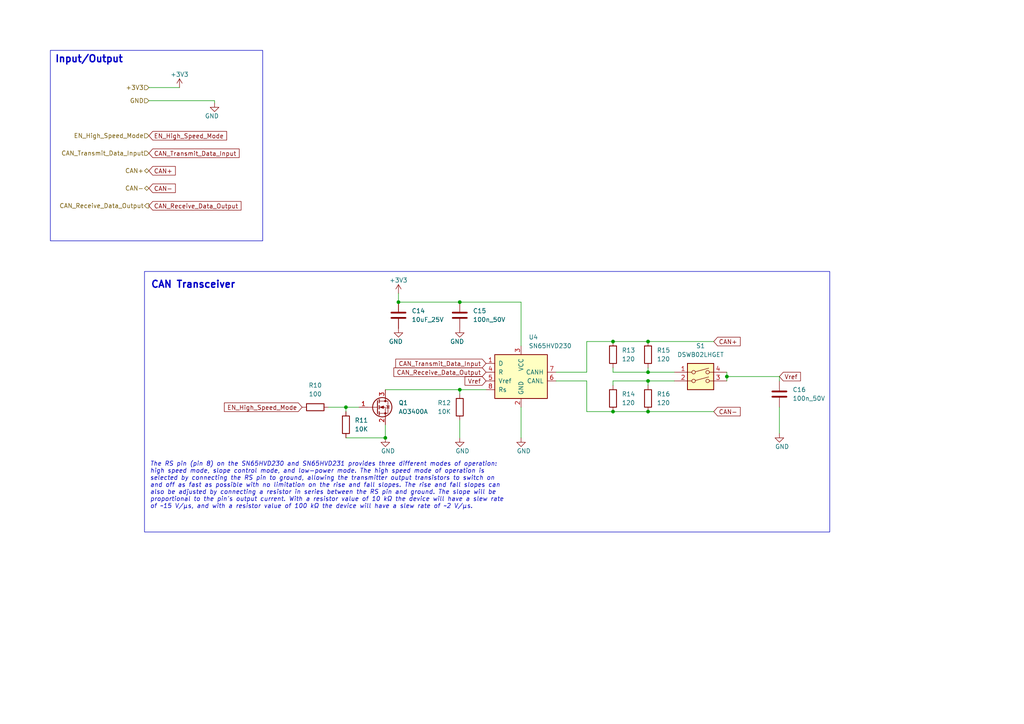
<source format=kicad_sch>
(kicad_sch (version 20231120) (generator "eeschema") (generator_version "8.0")
  (paper "A4")
  (lib_symbols
    (symbol "_C_0402:100n_50V" (pin_numbers hide) (pin_names (offset 0.254))
      (property "Reference" "C" (at 0.635 2.54 0))
      (property "Value" "100n_50V" (at 0.635 -2.54 0))
      (symbol "100n_50V_0_1"
        (polyline (pts (xy -2.032 -0.762) (xy 2.032 -0.762)) (stroke (width 0.508)))
        (polyline (pts (xy -2.032 0.762) (xy 2.032 0.762)) (stroke (width 0.508)))
      )
      (symbol "100n_50V_1_1"
        (pin passive line (at 0 3.81 270) (length 2.794) (name "~") (number "1"))
        (pin passive line (at 0 -3.81 90) (length 2.794) (name "~") (number "2"))
      )
    )
    (symbol "_C_0603:10uF_25V" (pin_numbers hide) (pin_names (offset 0.254))
      (property "Reference" "C" (at 0.635 2.54 0))
      (property "Value" "10uF_25V" (at 0.635 -2.54 0))
      (symbol "10uF_25V_0_1"
        (polyline (pts (xy -2.032 -0.762) (xy 2.032 -0.762)) (stroke (width 0.508)))
        (polyline (pts (xy -2.032 0.762) (xy 2.032 0.762)) (stroke (width 0.508)))
      )
      (symbol "10uF_25V_1_1"
        (pin passive line (at 0 3.81 270) (length 2.794) (name "~") (number "1"))
        (pin passive line (at 0 -3.81 90) (length 2.794) (name "~") (number "2"))
      )
    )
    (symbol "_Interface_CAN_LIN:SN65HVD230" (pin_names (offset 1.016))
      (property "Reference" "U" (at -2.54 10.16 0))
      (property "Value" "SN65HVD230" (at -2.54 7.62 0))
      (symbol "SN65HVD230_0_1"
        (rectangle (start -7.62 5.08) (end 7.62 -7.62) (stroke (width 0.254)) (fill (type background)))
      )
      (symbol "SN65HVD230_1_1"
        (pin input line (at -10.16 2.54 0) (length 2.54) (name "D") (number "1"))
        (pin power_in line (at 0 -10.16 90) (length 2.54) (name "GND") (number "2"))
        (pin power_in line (at 0 7.62 270) (length 2.54) (name "VCC") (number "3"))
        (pin output line (at -10.16 0 0) (length 2.54) (name "R") (number "4"))
        (pin output line (at -10.16 -2.54 0) (length 2.54) (name "Vref") (number "5"))
        (pin bidirectional line (at 10.16 -2.54 180) (length 2.54) (name "CANL") (number "6"))
        (pin bidirectional line (at 10.16 0 180) (length 2.54) (name "CANH") (number "7"))
        (pin input line (at -10.16 -5.08 0) (length 2.54) (name "Rs") (number "8"))
      )
    )
    (symbol "_R_0402:100" (pin_numbers hide) (pin_names (offset 0))
      (property "Reference" "R" (at 2.032 0 90))
      (property "Value" "100" (at 0 0 90))
      (symbol "100_0_1"
        (rectangle (start -1.016 -2.54) (end 1.016 2.54) (stroke (width 0.254)))
      )
      (symbol "100_1_1"
        (pin passive line (at 0 3.81 270) (length 1.27) (name "~") (number "1"))
        (pin passive line (at 0 -3.81 90) (length 1.27) (name "~") (number "2"))
      )
    )
    (symbol "_R_0402:10K" (pin_numbers hide) (pin_names (offset 0))
      (property "Reference" "R" (at 2.032 0 90))
      (property "Value" "10K" (at 0 0 90))
      (symbol "10K_0_1"
        (rectangle (start -1.016 -2.54) (end 1.016 2.54) (stroke (width 0.254)))
      )
      (symbol "10K_1_1"
        (pin passive line (at 0 3.81 270) (length 1.27) (name "~") (number "1"))
        (pin passive line (at 0 -3.81 90) (length 1.27) (name "~") (number "2"))
      )
    )
    (symbol "_R_0402:120" (pin_numbers hide) (pin_names (offset 0))
      (property "Reference" "R" (at 2.032 0 90))
      (property "Value" "120" (at 0 0 90))
      (symbol "120_0_1"
        (rectangle (start -1.016 -2.54) (end 1.016 2.54) (stroke (width 0.254)))
      )
      (symbol "120_1_1"
        (pin passive line (at 0 3.81 270) (length 1.27) (name "~") (number "1"))
        (pin passive line (at 0 -3.81 90) (length 1.27) (name "~") (number "2"))
      )
    )
    (symbol "_R_0603:10K" (pin_numbers hide) (pin_names (offset 0))
      (property "Reference" "R" (at 2.032 0 90))
      (property "Value" "10K" (at 0 0 90))
      (symbol "10K_0_1"
        (rectangle (start -1.016 -2.54) (end 1.016 2.54) (stroke (width 0.254)))
      )
      (symbol "10K_1_1"
        (pin passive line (at 0 3.81 270) (length 1.27) (name "~") (number "1"))
        (pin passive line (at 0 -3.81 90) (length 1.27) (name "~") (number "2"))
      )
    )
    (symbol "_Switch:DSWB02LHGET" (pin_names (offset 0) hide)
      (property "Reference" "S" (at 0 6.35 0))
      (property "Value" "DSWB02LHGET" (at 0 -3.81 0))
      (symbol "DSWB02LHGET_0_0"
        (circle (center -2.032 0) (radius 0.508))
        (circle (center -2.032 2.54) (radius 0.508))
        (polyline (pts (xy -1.524 0.127) (xy 2.3622 1.1684)))
        (polyline (pts (xy -1.524 2.667) (xy 2.3622 3.7084)))
        (circle (center 2.032 0) (radius 0.508))
        (circle (center 2.032 2.54) (radius 0.508))
      )
      (symbol "DSWB02LHGET_0_1"
        (rectangle (start -3.81 5.08) (end 3.81 -2.54) (stroke (width 0.254)) (fill (type background)))
      )
      (symbol "DSWB02LHGET_1_1"
        (pin passive line (at -7.62 2.54 0) (length 5.08) (name "~") (number "1"))
        (pin passive line (at -7.62 0 0) (length 5.08) (name "~") (number "2"))
        (pin passive line (at 7.62 0 180) (length 5.08) (name "~") (number "3"))
        (pin passive line (at 7.62 2.54 180) (length 5.08) (name "~") (number "4"))
      )
    )
    (symbol "_Transistor_FET:AO3400A" (pin_names hide)
      (property "Reference" "Q" (at 5.08 1.905 0))
      (property "Value" "AO3400A" (at 5.08 0 0))
      (symbol "AO3400A_0_1"
        (polyline (pts (xy 0.254 0) (xy -2.54 0)))
        (polyline (pts (xy 0.254 1.905) (xy 0.254 -1.905)) (stroke (width 0.254)))
        (polyline (pts (xy 0.762 -1.27) (xy 0.762 -2.286)) (stroke (width 0.254)))
        (polyline (pts (xy 0.762 0.508) (xy 0.762 -0.508)) (stroke (width 0.254)))
        (polyline (pts (xy 0.762 2.286) (xy 0.762 1.27)) (stroke (width 0.254)))
        (polyline (pts (xy 2.54 2.54) (xy 2.54 1.778)))
        (polyline (pts (xy 2.54 -2.54) (xy 2.54 0) (xy 0.762 0)))
        (polyline (pts (xy 0.762 -1.778) (xy 3.302 -1.778) (xy 3.302 1.778) (xy 0.762 1.778)))
        (polyline (pts (xy 1.016 0) (xy 2.032 0.381) (xy 2.032 -0.381) (xy 1.016 0)) (fill (type outline)))
        (polyline (pts (xy 2.794 0.508) (xy 2.921 0.381) (xy 3.683 0.381) (xy 3.81 0.254)))
        (polyline (pts (xy 3.302 0.381) (xy 2.921 -0.254) (xy 3.683 -0.254) (xy 3.302 0.381)))
        (circle (center 1.651 0) (radius 2.794) (stroke (width 0.254)))
        (circle (center 2.54 -1.778) (radius 0.254) (fill (type outline)))
        (circle (center 2.54 1.778) (radius 0.254) (fill (type outline)))
      )
      (symbol "AO3400A_1_1"
        (pin input line (at -5.08 0 0) (length 2.54) (name "G") (number "1"))
        (pin passive line (at 2.54 -5.08 90) (length 2.54) (name "S") (number "2"))
        (pin passive line (at 2.54 5.08 270) (length 2.54) (name "D") (number "3"))
      )
    )
    (symbol "power:+3V3" (power) (pin_names (offset 0))
      (property "Value" "+3V3" (at 0 3.556 0))
      (symbol "+3V3_0_1"
        (polyline (pts (xy -0.762 1.27) (xy 0 2.54)))
        (polyline (pts (xy 0 0) (xy 0 2.54)))
        (polyline (pts (xy 0 2.54) (xy 0.762 1.27)))
      )
      (symbol "+3V3_1_1"
        (pin power_in line (at 0 0 90) (length 0) hide (name "+3V3") (number "1"))
      )
    )
    (symbol "power:GND" (power) (pin_names (offset 0))
      (property "Value" "GND" (at 0 -3.81 0))
      (symbol "GND_0_1"
        (polyline (pts (xy 0 0) (xy 0 -1.27) (xy 1.27 -1.27) (xy 0 -2.54) (xy -1.27 -1.27) (xy 0 -1.27)))
      )
      (symbol "GND_1_1"
        (pin power_in line (at 0 0 270) (length 0) hide (name "GND") (number "1"))
      )
    )
  )
  (junction (at 187.96 119.38))
  (junction (at 187.96 110.49))
  (junction (at 133.35 113.03))
  (junction (at 187.96 107.95))
  (junction (at 115.57 87.63))
  (junction (at 187.96 99.06))
  (junction (at 177.8 99.06))
  (junction (at 111.76 127))
  (junction (at 133.35 87.63))
  (junction (at 177.8 119.38))
  (junction (at 100.33 118.11))
  (junction (at 210.82 109.22))
  (wire (pts (xy 210.82 107.95) (xy 210.82 109.22)))
  (wire (pts (xy 151.13 118.11) (xy 151.13 127)))
  (wire (pts (xy 133.35 113.03) (xy 133.35 114.3)))
  (wire (pts (xy 100.33 118.11) (xy 100.33 119.38)))
  (wire (pts (xy 177.8 99.06) (xy 187.96 99.06)))
  (wire (pts (xy 161.29 110.49) (xy 170.18 110.49)))
  (wire (pts (xy 111.76 123.19) (xy 111.76 127)))
  (wire (pts (xy 100.33 127) (xy 111.76 127)))
  (wire (pts (xy 133.35 113.03) (xy 140.97 113.03)))
  (wire (pts (xy 170.18 110.49) (xy 170.18 119.38)))
  (wire (pts (xy 62.23 29.21) (xy 62.23 29.845)))
  (wire (pts (xy 177.8 107.95) (xy 187.96 107.95)))
  (wire (pts (xy 115.57 85.09) (xy 115.57 87.63)))
  (wire (pts (xy 210.82 109.22) (xy 226.06 109.22)))
  (wire (pts (xy 226.06 109.22) (xy 226.06 110.49)))
  (wire (pts (xy 161.29 107.95) (xy 170.18 107.95)))
  (wire (pts (xy 177.8 110.49) (xy 177.8 111.76)))
  (wire (pts (xy 210.82 109.22) (xy 210.82 110.49)))
  (wire (pts (xy 177.8 119.38) (xy 187.96 119.38)))
  (wire (pts (xy 187.96 110.49) (xy 195.58 110.49)))
  (wire (pts (xy 133.35 127) (xy 133.35 121.92)))
  (wire (pts (xy 151.13 87.63) (xy 151.13 100.33)))
  (wire (pts (xy 177.8 106.68) (xy 177.8 107.95)))
  (wire (pts (xy 177.8 110.49) (xy 187.96 110.49)))
  (wire (pts (xy 43.18 29.21) (xy 62.23 29.21)))
  (wire (pts (xy 187.96 99.06) (xy 207.01 99.06)))
  (wire (pts (xy 133.35 113.03) (xy 111.76 113.03)))
  (wire (pts (xy 133.35 87.63) (xy 151.13 87.63)))
  (wire (pts (xy 170.18 119.38) (xy 177.8 119.38)))
  (wire (pts (xy 43.18 25.4) (xy 52.07 25.4)))
  (wire (pts (xy 104.14 118.11) (xy 100.33 118.11)))
  (wire (pts (xy 187.96 119.38) (xy 207.01 119.38)))
  (wire (pts (xy 170.18 107.95) (xy 170.18 99.06)))
  (wire (pts (xy 187.96 106.68) (xy 187.96 107.95)))
  (wire (pts (xy 170.18 99.06) (xy 177.8 99.06)))
  (wire (pts (xy 226.06 125.73) (xy 226.06 118.11)))
  (wire (pts (xy 187.96 107.95) (xy 195.58 107.95)))
  (wire (pts (xy 187.96 110.49) (xy 187.96 111.76)))
  (wire (pts (xy 95.25 118.11) (xy 100.33 118.11)))
  (wire (pts (xy 115.57 87.63) (xy 133.35 87.63)))
  (rectangle (start 14.605 14.605) (end 76.2 69.85))
  (rectangle (start 41.91 78.74) (end 240.665 154.305))
  (text_box "The RS pin (pin 8) on the SN65HVD230 and SN65HVD231 provides three different modes of operation: high speed mode, slope control mode, and low-power mode. The high speed mode of operation is selected by connecting the RS pin to ground, allowing the transmitter output transistors to switch on and off as fast as possible with no limitation on the rise and fall slopes. The rise and fall slopes can also be adjusted by connecting a resistor in series between the RS pin and ground. The slope will be proportional to the pin's output current. With a resistor value of 10 kΩ the device will have a slew rate of ~15 V/μs, and with a resistor value of 100 kΩ the device will have a slew rate of ~2 V/μs." (at 42.545 132.715 0) (size 106.045 18.288) (stroke (width -0.0001)) (effects (font (size 1.27 1.27) (italic yes)) (justify left top)))
  (text "CAN Transceiver" (at 43.688 83.82 0) (effects (font (size 2 2) (thickness 0.4) (bold yes)) (justify left bottom)))
  (text "Input/Output" (at 15.875 18.415 0) (effects (font (size 2 2) (thickness 0.4) (bold yes)) (justify left bottom)))
  (global_label "EN_High_Speed_Mode" (shape input) (at 87.63 118.11 180) (property "Intersheetrefs" "${INTERSHEET_REFS}" (effects (hide yes))))
  (global_label "CAN+" (shape input) (at 43.18 49.53 0) (property "Intersheetrefs" "${INTERSHEET_REFS}" (effects (hide yes))))
  (global_label "Vref" (shape input) (at 226.06 109.22 0) (property "Intersheetrefs" "${INTERSHEET_REFS}" (effects (hide yes))))
  (global_label "CAN-" (shape input) (at 207.01 119.38 0) (property "Intersheetrefs" "${INTERSHEET_REFS}" (effects (hide yes))))
  (global_label "CAN+" (shape input) (at 207.01 99.06 0) (property "Intersheetrefs" "${INTERSHEET_REFS}" (effects (hide yes))))
  (global_label "CAN_Transmit_Data_Input" (shape input) (at 43.18 44.45 0) (property "Intersheetrefs" "${INTERSHEET_REFS}" (effects (hide yes))))
  (global_label "CAN_Receive_Data_Output" (shape input) (at 43.18 59.69 0) (property "Intersheetrefs" "${INTERSHEET_REFS}" (effects (hide yes))))
  (global_label "Vref" (shape input) (at 140.97 110.49 180) (property "Intersheetrefs" "${INTERSHEET_REFS}" (effects (hide yes))))
  (global_label "CAN-" (shape input) (at 43.18 54.61 0) (property "Intersheetrefs" "${INTERSHEET_REFS}" (effects (hide yes))))
  (global_label "EN_High_Speed_Mode" (shape input) (at 43.18 39.37 0) (property "Intersheetrefs" "${INTERSHEET_REFS}" (effects (hide yes))))
  (global_label "CAN_Transmit_Data_Input" (shape input) (at 140.97 105.41 180) (property "Intersheetrefs" "${INTERSHEET_REFS}" (effects (hide yes))))
  (global_label "CAN_Receive_Data_Output" (shape input) (at 140.97 107.95 180) (property "Intersheetrefs" "${INTERSHEET_REFS}" (effects (hide yes))))
  (hierarchical_label "GND" (shape input) (at 43.18 29.21 180))
  (hierarchical_label "CAN+" (shape bidirectional) (at 43.18 49.53 180))
  (hierarchical_label "CAN-" (shape bidirectional) (at 43.18 54.61 180))
  (hierarchical_label "CAN_Transmit_Data_Input" (shape input) (at 43.18 44.45 180))
  (hierarchical_label "CAN_Receive_Data_Output" (shape output) (at 43.18 59.69 180))
  (hierarchical_label "+3V3" (shape input) (at 43.18 25.4 180))
  (hierarchical_label "EN_High_Speed_Mode" (shape input) (at 43.18 39.37 180))
  (symbol (lib_id "_C_0402:100n_50V") (at 133.35 91.44 180) (unit 1)
    (property "Reference" "C15" (at 137.16 90.1699 0) (effects (justify right)))
    (property "Value" "100n_50V" (at 137.16 92.7099 0) (effects (justify right)))
    (property "Footprint" "Capacitor_SMD:C_0402_1005Metric" (effects (hide yes)))
    (property "Datasheet" "https://product.samsungsem.com/mlcc/CL05B104KB54PN.do" (effects (hide yes)))
    (property "Description" "Capacitor 100nF 50V X7R 10% 0402" (effects (hide yes)))
    (property "MF" "Samsung Electro-Mechanics" (effects (hide yes)))
    (property "MPN" "CL05B104KB54PNC" (effects (hide yes)))
    (property "OC_LCSC" "C307331" (effects (hide yes)))
    (property "path_to_docs" "Passive_Components/Capacitors/MLCC/Samsung_Electro-Mechanics" (effects (hide yes)))
  )
  (symbol (lib_id "_R_0402:10K") (at 100.33 123.19 0) (unit 1)
    (property "Reference" "R11" (at 102.87 121.9199 0) (effects (justify left)))
    (property "Value" "10K" (at 102.87 124.4599 0) (effects (justify left)))
    (property "Footprint" "Resistor_SMD:R_0402_1005Metric" (effects (hide yes)))
    (property "Description" "Resistor 10K 1% 62.5mW 50V 0402" (effects (hide yes)))
    (property "MF" "UNI-ROYAL" (effects (hide yes)))
    (property "MPN" "0402WGF1002TCE" (effects (hide yes)))
    (property "OC_LCSC" "C25744" (effects (hide yes)))
    (property "path_to_docs" "Passive_Components/Resistors/UNI-ROYAL" (effects (hide yes)))
  )
  (symbol (lib_id "_R_0402:120") (at 187.96 115.57 0) (unit 1)
    (property "Reference" "R16" (at 190.5 114.2999 0) (effects (justify left)))
    (property "Value" "120" (at 190.5 116.8399 0) (effects (justify left)))
    (property "Footprint" "Resistor_SMD:R_0402_1005Metric" (effects (hide yes)))
    (property "Description" "Resistor 120 1% 62.5mW 50V 0402" (effects (hide yes)))
    (property "MF" "UNI-ROYAL" (effects (hide yes)))
    (property "MPN" "0402WGF1200TCE" (effects (hide yes)))
    (property "OC_LCSC" "C25079" (effects (hide yes)))
    (property "path_to_docs" "Passive_Components/Resistors/UNI-ROYAL" (effects (hide yes)))
  )
  (symbol (lib_id "_Switch:DSWB02LHGET") (at 203.2 110.49 0) (unit 1)
    (property "Reference" "S1" (at 203.2 100.33 0))
    (property "Value" "DSWB02LHGET" (at 203.2 102.87 0))
    (property "Footprint" "Robast:DSWB02LHGET" (effects (hide yes)))
    (property "Datasheet" "https://datasheet.lcsc.com/lcsc/2309061745_DongGuan-KINGTEK-Industrial-Co--LTD-DSWB02LHGET_C99421.pdf" (effects (hide yes)))
    (property "Description" "2Bit SPST Red Slide" (effects (hide yes)))
    (property "MF" "DongGuan KINGTEK Industrial Co.,LTD" (effects (hide yes)))
    (property "MPN" "DSWB02LHGET" (effects (hide yes)))
    (property "OC_LCSC" "C99421" (effects (hide yes)))
    (property "path_to_docs" "Electromechanical/Switches/Dip_Switches/DSWB02LHGET" (effects (hide yes)))
  )
  (symbol (lib_id "_C_0402:100n_50V") (at 226.06 114.3 0) (unit 1)
    (property "Reference" "C16" (at 229.87 113.0299 0) (effects (justify left)))
    (property "Value" "100n_50V" (at 229.87 115.5699 0) (effects (justify left)))
    (property "Footprint" "Capacitor_SMD:C_0402_1005Metric" (effects (hide yes)))
    (property "Datasheet" "https://product.samsungsem.com/mlcc/CL05B104KB54PN.do" (effects (hide yes)))
    (property "Description" "Capacitor 100nF 50V X7R 10% 0402" (effects (hide yes)))
    (property "MF" "Samsung Electro-Mechanics" (effects (hide yes)))
    (property "MPN" "CL05B104KB54PNC" (effects (hide yes)))
    (property "OC_LCSC" "C307331" (effects (hide yes)))
    (property "path_to_docs" "Passive_Components/Capacitors/MLCC/Samsung_Electro-Mechanics" (effects (hide yes)))
  )
  (symbol (lib_id "power:GND") (at 111.76 127 0) (unit 1)
    (property "Reference" "#PWR066" (effects (hide yes)))
    (property "Value" "GND" (at 110.49 130.81 0) (effects (justify left)))
    (property "Description" "Power symbol creates a global label with name \"GND\" , ground" (effects (hide yes)))
  )
  (symbol (lib_id "power:GND") (at 115.57 95.25 0) (mirror y) (unit 1)
    (property "Reference" "#PWR068" (effects (hide yes)))
    (property "Value" "GND" (at 116.84 99.06 0) (effects (justify left)))
    (property "Description" "Power symbol creates a global label with name \"GND\" , ground" (effects (hide yes)))
  )
  (symbol (lib_id "_C_0603:10uF_25V") (at 115.57 91.44 0) (unit 1)
    (property "Reference" "C14" (at 119.38 90.1699 0) (effects (justify left)))
    (property "Value" "10uF_25V" (at 119.38 92.7099 0) (effects (justify left)))
    (property "Footprint" "Capacitor_SMD:C_0603_1608Metric" (effects (hide yes)))
    (property "Datasheet" "https://product.samsungsem.com/mlcc/CL10A106MA8NRN.do" (effects (hide yes)))
    (property "Description" "Capacitor 10uF 25V X5R 20% 0603" (effects (hide yes)))
    (property "MF" "Samsung Electro-Mechanics" (effects (hide yes)))
    (property "MPN" "CL10A106MA8NRNC" (effects (hide yes)))
    (property "OC_LCSC" "C96446" (effects (hide yes)))
  )
  (symbol (lib_id "power:+3V3") (at 115.57 85.09 0) (unit 1)
    (property "Reference" "#PWR067" (effects (hide yes)))
    (property "Value" "+3V3" (at 115.57 81.28 0))
    (property "Description" "Power symbol creates a global label with name \"+3V3\"" (effects (hide yes)))
  )
  (symbol (lib_id "power:GND") (at 133.35 127 0) (unit 1)
    (property "Reference" "#PWR070" (effects (hide yes)))
    (property "Value" "GND" (at 132.08 130.81 0) (effects (justify left)))
    (property "Description" "Power symbol creates a global label with name \"GND\" , ground" (effects (hide yes)))
  )
  (symbol (lib_id "power:GND") (at 226.06 125.73 0) (unit 1)
    (property "Reference" "#PWR072" (effects (hide yes)))
    (property "Value" "GND" (at 224.79 129.54 0) (effects (justify left)))
    (property "Description" "Power symbol creates a global label with name \"GND\" , ground" (effects (hide yes)))
  )
  (symbol (lib_id "_R_0402:120") (at 177.8 115.57 0) (unit 1)
    (property "Reference" "R14" (at 180.34 114.2999 0) (effects (justify left)))
    (property "Value" "120" (at 180.34 116.8399 0) (effects (justify left)))
    (property "Footprint" "Resistor_SMD:R_0402_1005Metric" (effects (hide yes)))
    (property "Description" "Resistor 120 1% 62.5mW 50V 0402" (effects (hide yes)))
    (property "MF" "UNI-ROYAL" (effects (hide yes)))
    (property "MPN" "0402WGF1200TCE" (effects (hide yes)))
    (property "OC_LCSC" "C25079" (effects (hide yes)))
    (property "path_to_docs" "Passive_Components/Resistors/UNI-ROYAL" (effects (hide yes)))
  )
  (symbol (lib_id "power:GND") (at 133.35 95.25 0) (mirror y) (unit 1)
    (property "Reference" "#PWR069" (effects (hide yes)))
    (property "Value" "GND" (at 134.62 99.06 0) (effects (justify left)))
    (property "Description" "Power symbol creates a global label with name \"GND\" , ground" (effects (hide yes)))
  )
  (symbol (lib_id "_R_0402:120") (at 177.8 102.87 0) (unit 1)
    (property "Reference" "R13" (at 180.34 101.5999 0) (effects (justify left)))
    (property "Value" "120" (at 180.34 104.1399 0) (effects (justify left)))
    (property "Footprint" "Resistor_SMD:R_0402_1005Metric" (effects (hide yes)))
    (property "Description" "Resistor 120 1% 62.5mW 50V 0402" (effects (hide yes)))
    (property "MF" "UNI-ROYAL" (effects (hide yes)))
    (property "MPN" "0402WGF1200TCE" (effects (hide yes)))
    (property "OC_LCSC" "C25079" (effects (hide yes)))
    (property "path_to_docs" "Passive_Components/Resistors/UNI-ROYAL" (effects (hide yes)))
  )
  (symbol (lib_id "_Interface_CAN_LIN:SN65HVD230") (at 151.13 107.95 0) (unit 1)
    (property "Reference" "U4" (at 153.3241 97.79 0) (effects (justify left)))
    (property "Value" "SN65HVD230" (at 153.3241 100.33 0) (effects (justify left)))
    (property "Footprint" "Package_SO:SOIC-8_3.9x4.9mm_P1.27mm" (effects (hide yes)))
    (property "Datasheet" "http://www.ti.com/lit/ds/symlink/sn65hvd230.pdf" (effects (hide yes)))
    (property "Description" "CAN Bus Transceivers, 3.3V, 1Mbps, Low-Power capabilities, SOIC-8" (effects (hide yes)))
    (property "MF" "TI" (effects (hide yes)))
    (property "MPN" "SN65HVD230DR" (effects (hide yes)))
    (property "OC_LCSC" "C12084" (effects (hide yes)))
    (property "path_to_docs" "Semiconductors/Interface_ICs/CAN" (effects (hide yes)))
  )
  (symbol (lib_id "power:+3V3") (at 52.07 25.4 0) (unit 1)
    (property "Reference" "#PWR064" (effects (hide yes)))
    (property "Value" "+3V3" (at 52.07 21.59 0))
    (property "Description" "Power symbol creates a global label with name \"+3V3\"" (effects (hide yes)))
  )
  (symbol (lib_id "power:GND") (at 151.13 127 0) (unit 1)
    (property "Reference" "#PWR071" (effects (hide yes)))
    (property "Value" "GND" (at 149.86 130.81 0) (effects (justify left)))
    (property "Description" "Power symbol creates a global label with name \"GND\" , ground" (effects (hide yes)))
  )
  (symbol (lib_id "_R_0402:120") (at 187.96 102.87 0) (unit 1)
    (property "Reference" "R15" (at 190.5 101.5999 0) (effects (justify left)))
    (property "Value" "120" (at 190.5 104.1399 0) (effects (justify left)))
    (property "Footprint" "Resistor_SMD:R_0402_1005Metric" (effects (hide yes)))
    (property "Description" "Resistor 120 1% 62.5mW 50V 0402" (effects (hide yes)))
    (property "MF" "UNI-ROYAL" (effects (hide yes)))
    (property "MPN" "0402WGF1200TCE" (effects (hide yes)))
    (property "OC_LCSC" "C25079" (effects (hide yes)))
    (property "path_to_docs" "Passive_Components/Resistors/UNI-ROYAL" (effects (hide yes)))
  )
  (symbol (lib_id "power:GND") (at 62.23 29.845 0) (mirror y) (unit 1)
    (property "Reference" "#PWR065" (effects (hide yes)))
    (property "Value" "GND" (at 63.5 33.655 0) (effects (justify left)))
    (property "Description" "Power symbol creates a global label with name \"GND\" , ground" (effects (hide yes)))
  )
  (symbol (lib_id "_Transistor_FET:AO3400A") (at 109.22 118.11 0) (unit 1)
    (property "Reference" "Q1" (at 115.57 116.8399 0) (effects (justify left)))
    (property "Value" "AO3400A" (at 115.57 119.3799 0) (effects (justify left)))
    (property "Footprint" "Package_TO_SOT_SMD:SOT-23" (effects (hide yes)))
    (property "Datasheet" "https://datasheet.lcsc.com/lcsc/1811081213_Alpha---Omega-Semicon-AO3400A_C20917.pdf" (effects (hide yes)))
    (property "Description" "30V 5.7A 26.5mΩ@10V,5.7A 1.4W N Channel SOT-23-3L MOSFET" (effects (hide yes)))
    (property "MF" "Alpha & Omega Semicon" (effects (hide yes)))
    (property "MPN" "AO3400A" (effects (hide yes)))
    (property "OC_LCSC" "C20917" (effects (hide yes)))
  )
  (symbol (lib_id "_R_0603:10K") (at 133.35 118.11 0) (mirror x) (unit 1)
    (property "Reference" "R12" (at 130.81 116.8399 0) (effects (justify right)))
    (property "Value" "10K" (at 130.81 119.3799 0) (effects (justify right)))
    (property "Footprint" "Resistor_SMD:R_0603_1608Metric" (effects (hide yes)))
    (property "Description" "Resistor 10K 1% 100mW 75V 0603" (effects (hide yes)))
    (property "MF" "UNI-ROYAL" (effects (hide yes)))
    (property "MPN" "0603WAF1002T5E" (effects (hide yes)))
    (property "OC_LCSC" "C25804" (effects (hide yes)))
    (property "path_to_docs" "Passive_Components/Resistors/UNI-ROYAL" (effects (hide yes)))
  )
  (symbol (lib_id "_R_0402:100") (at 91.44 118.11 90) (unit 1)
    (property "Reference" "R10" (at 91.44 111.76 90))
    (property "Value" "100" (at 91.44 114.3 90))
    (property "Footprint" "Resistor_SMD:R_0402_1005Metric" (effects (hide yes)))
    (property "Description" "Resistor 100 1% 62.5mW 50V 0402" (effects (hide yes)))
    (property "MF" "UNI-ROYAL" (effects (hide yes)))
    (property "MPN" "0402WGF1000TCE" (effects (hide yes)))
    (property "OC_LCSC" "C25076" (effects (hide yes)))
    (property "path_to_docs" "Passive_Components/Resistors/UNI-ROYAL" (effects (hide yes)))
  )
)
</source>
